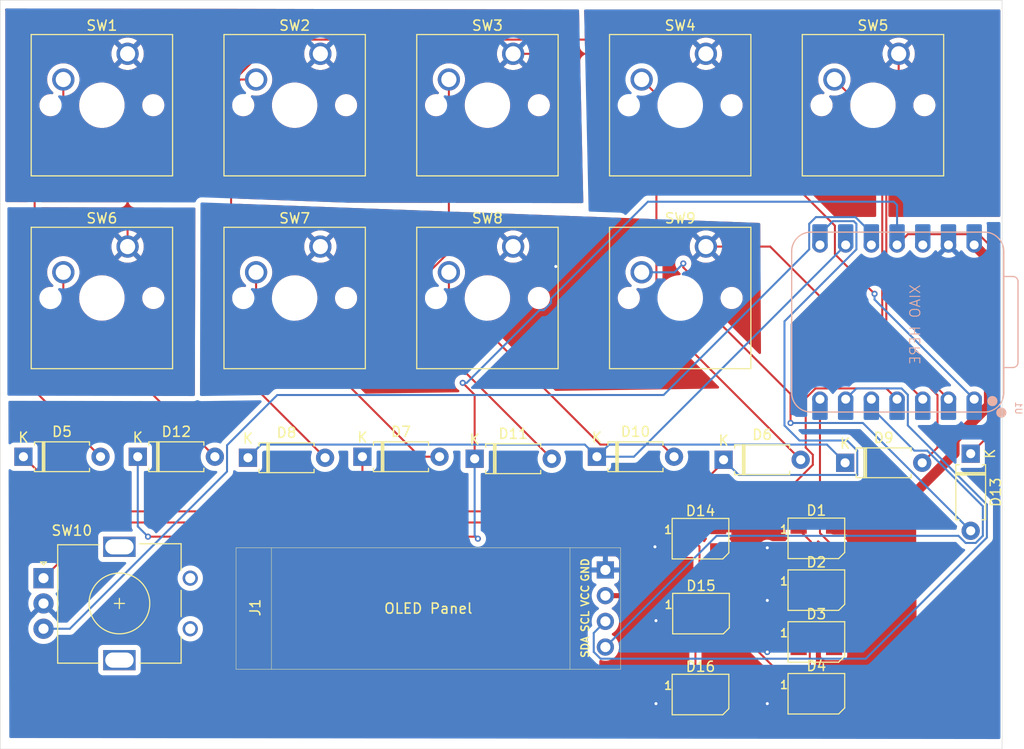
<source format=kicad_pcb>
(kicad_pcb (version 20241229) (generator "pcbnew") (generator_version "9.0")
  (layers (0 "F.Cu" signal) (2 "B.Cu" signal) (13 "F.Paste" user) (15 "B.Paste" user) (5 "F.SilkS" user "F.Silkscreen") (7 "B.SilkS" user "B.Silkscreen") (1 "F.Mask" user) (3 "B.Mask" user) (25 "Edge.Cuts" user))
  (net 0 "")
  (net 1 "Net-(D1-DOUT)")
  (net 2 "GND")
  (net 3 "+5V")
  (net 4 "Net-(D5-A)")
  (net 5 "R1")
  (net 7 "Net-(D1-DIN)")
  (net 8 "Net-(J1-Pin_4)")
  (net 9 "Net-(J1-Pin_3)")
  (net 10 "Net-(D2-DOUT)")
  (net 11 "Net-(D3-DOUT)")
  (net 12 "Net-(D14-DIN)")
  (net 13 "Net-(D6-A)")
  (net 14 "Net-(D7-A)")
  (net 15 "Net-(D8-A)")
  (net 16 "R2")
  (net 17 "Net-(D9-A)")
  (net 18 "Net-(D10-A)")
  (net 19 "Net-(D11-A)")
  (net 20 "R3")
  (net 21 "Net-(D12-A)")
  (net 22 "Net-(D13-A)")
  (net 23 "C1")
  (net 24 "C2")
  (net 25 "C3")
  (net 26 "A")
  (net 27 "B")
  (net 28 "Net-(D14-DOUT)")
  (net 29 "Net-(D15-DOUT)")
  (footprint "Diode_THT:D_A-405_P7.62mm_Horizontal" (layer "F.Cu") (at 70.99 77.6)
    (property "Reference" "D7" (at 3.81 -2.47 0) (layer "F.SilkS"))
    (property "Value" "D_45deg")
    (fp_text user "K" (at 0 -1.9 0) (layer "F.SilkS"))
    (pad "1" thru_hole rect (at 0 0) (size 1.8 1.8) (drill 0.9) (layers "*.Cu" "*.Mask") (net 5 "R1"))
    (pad "2" thru_hole oval (at 7.62 0) (size 1.8 1.8) (drill 0.9) (layers "*.Cu" "*.Mask") (net 14 "Net-(D7-A)"))
  )
  (footprint "Button_Switch_Keyboard:SW_Cherry_MX_1.00u_PCB" (layer "F.Cu") (at 123.98375 37.7825)
    (property "Reference" "SW5" (at -2.54 -2.794 0) (layer "F.SilkS"))
    (property "Value" "SW_Push")
    (pad "" np_thru_hole circle (at -7.62 5.08) (size 1.7 1.7) (drill 1.7) (layers "*.Cu" "*.Mask"))
    (pad "" np_thru_hole circle (at -2.54 5.08) (size 4 4) (drill 4) (layers "*.Cu" "*.Mask"))
    (pad "" np_thru_hole circle (at 2.54 5.08) (size 1.7 1.7) (drill 1.7) (layers "*.Cu" "*.Mask"))
    (pad "1" thru_hole circle (at 0 0) (size 2.2 2.2) (drill 1.5) (layers "*.Cu" "*.Mask") (net 24 "C2"))
    (pad "2" thru_hole circle (at -6.35 2.54) (size 2.2 2.2) (drill 1.5) (layers "*.Cu" "*.Mask") (net 17 "Net-(D9-A)"))
  )
  (footprint "LED_SMD:LED_SK6812MINI_PLCC4_3.5x3.5mm_P1.75mm" (layer "F.Cu") (at 115.85 95.905)
    (property "Reference" "D3" (at 0 -2.75 0) (layer "F.SilkS"))
    (property "Value" "SK6812MINI")
    (fp_text user "1" (at -3.2 -0.875 0) (layer "F.SilkS") (effects (font (size 0.8 0.8))))
    (pad "1" smd rect (at -1.75 -0.875) (size 1.6 0.85) (layers "F.Cu" "F.Mask" "F.Paste") (net 11 "Net-(D3-DOUT)"))
    (pad "2" smd rect (at -1.75 0.875) (size 1.6 0.85) (layers "F.Cu" "F.Mask" "F.Paste") (net 2 "GND"))
    (pad "3" smd rect (at 1.75 0.875) (size 1.6 0.85) (layers "F.Cu" "F.Mask" "F.Paste") (net 10 "Net-(D2-DOUT)"))
    (pad "4" smd rect (at 1.75 -0.875) (size 1.6 0.85) (layers "F.Cu" "F.Mask" "F.Paste") (net 3 "+5V"))
  )
  (footprint "Diode_THT:D_A-405_P7.62mm_Horizontal" (layer "F.Cu") (at 48.79 77.6)
    (property "Reference" "D12" (at 3.81 -2.47 0) (layer "F.SilkS"))
    (property "Value" "D_45deg")
    (fp_text user "K" (at 0 -1.9 0) (layer "F.SilkS"))
    (pad "1" thru_hole rect (at 0 0) (size 1.8 1.8) (drill 0.9) (layers "*.Cu" "*.Mask") (net 20 "R3"))
    (pad "2" thru_hole oval (at 7.62 0) (size 1.8 1.8) (drill 0.9) (layers "*.Cu" "*.Mask") (net 21 "Net-(D12-A)"))
  )
  (footprint "Diode_THT:D_A-405_P7.62mm_Horizontal" (layer "F.Cu") (at 94.16375 77.6)
    (property "Reference" "D10" (at 3.81 -2.47 0) (layer "F.SilkS"))
    (property "Value" "D_45deg")
    (fp_text user "K" (at 0 -1.9 0) (layer "F.SilkS"))
    (pad "1" thru_hole rect (at 0 0) (size 1.8 1.8) (drill 0.9) (layers "*.Cu" "*.Mask") (net 16 "R2"))
    (pad "2" thru_hole oval (at 7.62 0) (size 1.8 1.8) (drill 0.9) (layers "*.Cu" "*.Mask") (net 18 "Net-(D10-A)"))
  )
  (footprint "Button_Switch_Keyboard:SW_Cherry_MX_1.00u_PCB" (layer "F.Cu") (at 104.93375 56.8325)
    (property "Reference" "SW9" (at -2.54 -2.794 0) (layer "F.SilkS"))
    (property "Value" "SW_Push")
    (pad "" np_thru_hole circle (at -7.62 5.08) (size 1.7 1.7) (drill 1.7) (layers "*.Cu" "*.Mask"))
    (pad "" np_thru_hole circle (at -2.54 5.08) (size 4 4) (drill 4) (layers "*.Cu" "*.Mask"))
    (pad "" np_thru_hole circle (at 2.54 5.08) (size 1.7 1.7) (drill 1.7) (layers "*.Cu" "*.Mask"))
    (pad "1" thru_hole circle (at 0 0) (size 2.2 2.2) (drill 1.5) (layers "*.Cu" "*.Mask") (net 25 "C3"))
    (pad "2" thru_hole circle (at -6.35 2.54) (size 2.2 2.2) (drill 1.5) (layers "*.Cu" "*.Mask") (net 22 "Net-(D13-A)"))
  )
  (footprint "Diode_THT:D_A-405_P7.62mm_Horizontal" (layer "F.Cu") (at 82.08 77.8)
    (property "Reference" "D11" (at 3.81 -2.47 0) (layer "F.SilkS"))
    (property "Value" "D_45deg")
    (fp_text user "K" (at 0 -1.9 0) (layer "F.SilkS"))
    (pad "1" thru_hole rect (at 0 0) (size 1.8 1.8) (drill 0.9) (layers "*.Cu" "*.Mask") (net 20 "R3"))
    (pad "2" thru_hole oval (at 7.62 0) (size 1.8 1.8) (drill 0.9) (layers "*.Cu" "*.Mask") (net 19 "Net-(D11-A)"))
  )
  (footprint "Button_Switch_Keyboard:SW_Cherry_MX_1.00u_PCB" (layer "F.Cu") (at 66.83375 37.7825)
    (property "Reference" "SW2" (at -2.54 -2.794 0) (layer "F.SilkS"))
    (property "Value" "SW_Push")
    (pad "" np_thru_hole circle (at -7.62 5.08) (size 1.7 1.7) (drill 1.7) (layers "*.Cu" "*.Mask"))
    (pad "" np_thru_hole circle (at -2.54 5.08) (size 4 4) (drill 4) (layers "*.Cu" "*.Mask"))
    (pad "" np_thru_hole circle (at 2.54 5.08) (size 1.7 1.7) (drill 1.7) (layers "*.Cu" "*.Mask"))
    (pad "1" thru_hole circle (at 0 0) (size 2.2 2.2) (drill 1.5) (layers "*.Cu" "*.Mask") (net 23 "C1"))
    (pad "2" thru_hole circle (at -6.35 2.54) (size 2.2 2.2) (drill 1.5) (layers "*.Cu" "*.Mask") (net 15 "Net-(D8-A)"))
  )
  (footprint "OLED:SSD1306-0.91-OLED-4pin-128x32" (layer "F.Cu") (at 58.5 86.6)
    (property "Reference" "J1" (at 1.9 5.91 90) (layer "F.SilkS"))
    (property "Value" "Conn_01x04_Pin")
    (fp_text user "SCL" (at 34.5 7.27 270) (layer "F.SilkS") (effects (font (size 0.75 0.75))))
    (fp_text user "GND" (at 34.5 2.19 270) (layer "F.SilkS") (effects (font (size 0.75 0.75))))
    (fp_text user "SDA" (at 34.5 9.81 270) (layer "F.SilkS") (effects (font (size 0.75 0.75))))
    (fp_text user "OLED Panel" (at 19 6 0) (layer "F.SilkS"))
    (fp_text user "VCC" (at 34.5 4.73 270) (layer "F.SilkS") (effects (font (size 0.75 0.75))))
    (pad "1" thru_hole rect (at 36.5 2.19) (size 1.7 1.7) (drill 1) (layers "*.Cu" "*.Mask") (net 2 "GND"))
    (pad "2" thru_hole oval (at 36.5 4.73) (size 1.7 1.7) (drill 1) (layers "*.Cu" "*.Mask") (net 3 "+5V"))
    (pad "3" thru_hole oval (at 36.5 7.27) (size 1.7 1.7) (drill 1) (layers "*.Cu" "*.Mask") (net 9 "Net-(J1-Pin_3)"))
    (pad "4" thru_hole oval (at 36.5 9.81) (size 1.7 1.7) (drill 1) (layers "*.Cu" "*.Mask") (net 8 "Net-(J1-Pin_4)"))
  )
  (footprint "Diode_THT:D_A-405_P7.62mm_Horizontal" (layer "F.Cu") (at 118.69 78.2)
    (property "Reference" "D9" (at 3.81 -2.47 0) (layer "F.SilkS"))
    (property "Value" "D_45deg")
    (fp_text user "K" (at 0 -1.9 0) (layer "F.SilkS"))
    (pad "1" thru_hole rect (at 0 0) (size 1.8 1.8) (drill 0.9) (layers "*.Cu" "*.Mask") (net 16 "R2"))
    (pad "2" thru_hole oval (at 7.62 0) (size 1.8 1.8) (drill 0.9) (layers "*.Cu" "*.Mask") (net 17 "Net-(D9-A)"))
  )
  (footprint "Button_Switch_Keyboard:SW_Cherry_MX_1.00u_PCB" (layer "F.Cu") (at 85.88375 37.7825)
    (property "Reference" "SW3" (at -2.54 -2.794 0) (layer "F.SilkS"))
    (property "Value" "SW_Push")
    (pad "" np_thru_hole circle (at -7.62 5.08) (size 1.7 1.7) (drill 1.7) (layers "*.Cu" "*.Mask"))
    (pad "" np_thru_hole circle (at -2.54 5.08) (size 4 4) (drill 4) (layers "*.Cu" "*.Mask"))
    (pad "" np_thru_hole circle (at 2.54 5.08) (size 1.7 1.7) (drill 1.7) (layers "*.Cu" "*.Mask"))
    (pad "1" thru_hole circle (at 0 0) (size 2.2 2.2) (drill 1.5) (layers "*.Cu" "*.Mask") (net 23 "C1"))
    (pad "2" thru_hole circle (at -6.35 2.54) (size 2.2 2.2) (drill 1.5) (layers "*.Cu" "*.Mask") (net 19 "Net-(D11-A)"))
  )
  (footprint "Button_Switch_Keyboard:SW_Cherry_MX_1.00u_PCB" (layer "F.Cu") (at 47.78375 37.7825)
    (property "Reference" "SW1" (at -2.54 -2.794 0) (layer "F.SilkS"))
    (property "Value" "SW_Push")
    (pad "" np_thru_hole circle (at -7.62 5.08) (size 1.7 1.7) (drill 1.7) (layers "*.Cu" "*.Mask"))
    (pad "" np_thru_hole circle (at -2.54 5.08) (size 4 4) (drill 4) (layers "*.Cu" "*.Mask"))
    (pad "" np_thru_hole circle (at 2.54 5.08) (size 1.7 1.7) (drill 1.7) (layers "*.Cu" "*.Mask"))
    (pad "1" thru_hole circle (at 0 0) (size 2.2 2.2) (drill 1.5) (layers "*.Cu" "*.Mask") (net 23 "C1"))
    (pad "2" thru_hole circle (at -6.35 2.54) (size 2.2 2.2) (drill 1.5) (layers "*.Cu" "*.Mask") (net 4 "Net-(D5-A)"))
  )
  (footprint "Button_Switch_Keyboard:SW_Cherry_MX_1.00u_PCB" (layer "F.Cu") (at 66.83375 56.8325)
    (property "Reference" "SW7" (at -2.54 -2.794 0) (layer "F.SilkS"))
    (property "Value" "SW_Push")
    (pad "" np_thru_hole circle (at -7.62 5.08) (size 1.7 1.7) (drill 1.7) (layers "*.Cu" "*.Mask"))
    (pad "" np_thru_hole circle (at -2.54 5.08) (size 4 4) (drill 4) (layers "*.Cu" "*.Mask"))
    (pad "" np_thru_hole circle (at 2.54 5.08) (size 1.7 1.7) (drill 1.7) (layers "*.Cu" "*.Mask"))
    (pad "1" thru_hole circle (at 0 0) (size 2.2 2.2) (drill 1.5) (layers "*.Cu" "*.Mask") (net 25 "C3"))
    (pad "2" thru_hole circle (at -6.35 2.54) (size 2.2 2.2) (drill 1.5) (layers "*.Cu" "*.Mask") (net 14 "Net-(D7-A)"))
  )
  (footprint "LED_SMD:LED_SK6812MINI_PLCC4_3.5x3.5mm_P1.75mm" (layer "F.Cu") (at 115.85 90.785)
    (property "Reference" "D2" (at 0 -2.75 0) (layer "F.SilkS"))
    (property "Value" "SK6812MINI")
    (fp_text user "1" (at -3.2 -0.875 0) (layer "F.SilkS") (effects (font (size 0.8 0.8))))
    (pad "1" smd rect (at -1.75 -0.875) (size 1.6 0.85) (layers "F.Cu" "F.Mask" "F.Paste") (net 10 "Net-(D2-DOUT)"))
    (pad "2" smd rect (at -1.75 0.875) (size 1.6 0.85) (layers "F.Cu" "F.Mask" "F.Paste") (net 2 "GND"))
    (pad "3" smd rect (at 1.75 0.875) (size 1.6 0.85) (layers "F.Cu" "F.Mask" "F.Paste") (net 1 "Net-(D1-DOUT)"))
    (pad "4" smd rect (at 1.75 -0.875) (size 1.6 0.85) (layers "F.Cu" "F.Mask" "F.Paste") (net 3 "+5V"))
  )
  (footprint "LED_SMD:LED_SK6812MINI_PLCC4_3.5x3.5mm_P1.75mm" (layer "F.Cu") (at 104.4 85.7)
    (property "Reference" "D14" (at 0 -2.75 0) (layer "F.SilkS"))
    (property "Value" "SK6812MINI")
    (fp_text user "1" (at -3.2 -0.875 0) (layer "F.SilkS") (effects (font (size 0.8 0.8))))
    (pad "1" smd rect (at -1.75 -0.875) (size 1.6 0.85) (layers "F.Cu" "F.Mask" "F.Paste") (net 28 "Net-(D14-DOUT)"))
    (pad "2" smd rect (at -1.75 0.875) (size 1.6 0.85) (layers "F.Cu" "F.Mask" "F.Paste") (net 2 "GND"))
    (pad "3" smd rect (at 1.75 0.875) (size 1.6 0.85) (layers "F.Cu" "F.Mask" "F.Paste") (net 12 "Net-(D14-DIN)"))
    (pad "4" smd rect (at 1.75 -0.875) (size 1.6 0.85) (layers "F.Cu" "F.Mask" "F.Paste") (net 3 "+5V"))
  )
  (footprint "Diode_THT:D_A-405_P7.62mm_Horizontal" (layer "F.Cu") (at 131.1 77.3 -90)
    (property "Reference" "D13" (at 3.81 -2.47 90) (layer "F.SilkS"))
    (property "Value" "D_45deg")
    (fp_text user "K" (at 0 -1.9 90) (layer "F.SilkS"))
    (pad "1" thru_hole rect (at 0 0 270) (size 1.8 1.8) (drill 0.9) (layers "*.Cu" "*.Mask") (net 20 "R3"))
    (pad "2" thru_hole oval (at 7.62 0 270) (size 1.8 1.8) (drill 0.9) (layers "*.Cu" "*.Mask") (net 22 "Net-(D13-A)"))
  )
  (footprint "LED_SMD:LED_SK6812MINI_PLCC4_3.5x3.5mm_P1.75mm" (layer "F.Cu") (at 104.4 101.1)
    (property "Reference" "D16" (at 0 -2.75 0) (layer "F.SilkS"))
    (property "Value" "SK6812MINI")
    (fp_text user "1" (at -3.2 -0.875 0) (layer "F.SilkS") (effects (font (size 0.8 0.8))))
    (pad "1" smd rect (at -1.75 -0.875) (size 1.6 0.85) (layers "F.Cu" "F.Mask" "F.Paste"))
    (pad "2" smd rect (at -1.75 0.875) (size 1.6 0.85) (layers "F.Cu" "F.Mask" "F.Paste") (net 2 "GND"))
    (pad "3" smd rect (at 1.75 0.875) (size 1.6 0.85) (layers "F.Cu" "F.Mask" "F.Paste") (net 29 "Net-(D15-DOUT)"))
    (pad "4" smd rect (at 1.75 -0.875) (size 1.6 0.85) (layers "F.Cu" "F.Mask" "F.Paste") (net 3 "+5V"))
  )
  (footprint "Button_Switch_Keyboard:SW_Cherry_MX_1.00u_PCB" (layer "F.Cu") (at 104.93375 37.7825)
    (property "Reference" "SW4" (at -2.54 -2.794 0) (layer "F.SilkS"))
    (property "Value" "SW_Push")
    (pad "" np_thru_hole circle (at -7.62 5.08) (size 1.7 1.7) (drill 1.7) (layers "*.Cu" "*.Mask"))
    (pad "" np_thru_hole circle (at -2.54 5.08) (size 4 4) (drill 4) (layers "*.Cu" "*.Mask"))
    (pad "" np_thru_hole circle (at 2.54 5.08) (size 1.7 1.7) (drill 1.7) (layers "*.Cu" "*.Mask"))
    (pad "1" thru_hole circle (at 0 0) (size 2.2 2.2) (drill 1.5) (layers "*.Cu" "*.Mask") (net 24 "C2"))
    (pad "2" thru_hole circle (at -6.35 2.54) (size 2.2 2.2) (drill 1.5) (layers "*.Cu" "*.Mask") (net 13 "Net-(D6-A)"))
  )
  (footprint "LED_SMD:LED_SK6812MINI_PLCC4_3.5x3.5mm_P1.75mm" (layer "F.Cu") (at 104.45 93.105)
    (property "Reference" "D15" (at 0 -2.75 0) (layer "F.SilkS"))
    (property "Value" "SK6812MINI")
    (fp_text user "1" (at -3.2 -0.875 0) (layer "F.SilkS") (effects (font (size 0.8 0.8))))
    (pad "1" smd rect (at -1.75 -0.875) (size 1.6 0.85) (layers "F.Cu" "F.Mask" "F.Paste") (net 29 "Net-(D15-DOUT)"))
    (pad "2" smd rect (at -1.75 0.875) (size 1.6 0.85) (layers "F.Cu" "F.Mask" "F.Paste") (net 2 "GND"))
    (pad "3" smd rect (at 1.75 0.875) (size 1.6 0.85) (layers "F.Cu" "F.Mask" "F.Paste") (net 28 "Net-(D14-DOUT)"))
    (pad "4" smd rect (at 1.75 -0.875) (size 1.6 0.85) (layers "F.Cu" "F.Mask" "F.Paste") (net 3 "+5V"))
  )
  (footprint "Button_Switch_Keyboard:SW_Cherry_MX_1.00u_PCB" (layer "F.Cu") (at 85.88375 56.8325)
    (property "Reference" "SW8" (at -2.54 -2.794 0) (layer "F.SilkS"))
    (property "Value" "SW_Push")
    (pad "" np_thru_hole circle (at -7.62 5.08) (size 1.7 1.7) (drill 1.7) (layers "*.Cu" "*.Mask"))
    (pad "" np_thru_hole circle (at -2.54 5.08) (size 4 4) (drill 4) (layers "*.Cu" "*.Mask"))
    (pad "" np_thru_hole circle (at 2.54 5.08) (size 1.7 1.7) (drill 1.7) (layers "*.Cu" "*.Mask"))
    (pad "1" thru_hole circle (at 0 0) (size 2.2 2.2) (drill 1.5) (layers "*.Cu" "*.Mask") (net 25 "C3"))
    (pad "2" thru_hole circle (at -6.35 2.54) (size 2.2 2.2) (drill 1.5) (layers "*.Cu" "*.Mask") (net 18 "Net-(D10-A)"))
  )
  (footprint "Diode_THT:D_A-405_P7.62mm_Horizontal" (layer "F.Cu") (at 106.68 77.9)
    (property "Reference" "D6" (at 3.81 -2.47 0) (layer "F.SilkS"))
    (property "Value" "D_45deg")
    (fp_text user "K" (at 0 -1.9 0) (layer "F.SilkS"))
    (pad "1" thru_hole rect (at 0 0) (size 1.8 1.8) (drill 0.9) (layers "*.Cu" "*.Mask") (net 5 "R1"))
    (pad "2" thru_hole oval (at 7.62 0) (size 1.8 1.8) (drill 0.9) (layers "*.Cu" "*.Mask") (net 13 "Net-(D6-A)"))
  )
  (footprint "Diode_THT:D_A-405_P7.62mm_Horizontal" (layer "F.Cu") (at 37.49 77.6)
    (property "Reference" "D5" (at 3.81 -2.47 0) (layer "F.SilkS"))
    (property "Value" "D_45deg")
    (fp_text user "K" (at 0 -1.9 0) (layer "F.SilkS"))
    (pad "1" thru_hole rect (at 0 0) (size 1.8 1.8) (drill 0.9) (layers "*.Cu" "*.Mask") (net 5 "R1"))
    (pad "2" thru_hole oval (at 7.62 0) (size 1.8 1.8) (drill 0.9) (layers "*.Cu" "*.Mask") (net 4 "Net-(D5-A)"))
  )
  (footprint "OLED:RotaryEncoder_Alps_EC11E_Vertical_H20mm" (layer "F.Cu") (at 39.475 89.6)
    (property "Reference" "SW10" (at 2.8 -4.7 0) (layer "F.SilkS"))
    (property "Value" "RotaryEncoder_Switch")
    (pad "" thru_hole circle (at 14.5 0) (size 1.5 1.5) (drill 1) (layers "*.Cu" "*.Mask"))
    (pad "" thru_hole circle (at 14.5 5) (size 1.5 1.5) (drill 1) (layers "*.Cu" "*.Mask"))
    (pad "A" thru_hole rect (at 0 0) (size 2 2) (drill 1) (layers "*.Cu" "*.Mask") (net 26 "A"))
    (pad "B" thru_hole circle (at 0 5) (size 2 2) (drill 1) (layers "*.Cu" "*.Mask") (net 27 "B"))
    (pad "C" thru_hole circle (at 0 2.5) (size 2 2) (drill 1) (layers "*.Cu" "*.Mask") (net 2 "GND"))
    (pad "MP" thru_hole rect (at 7.5 -3.1) (size 3.2 2) (drill oval 2.8 1.5) (layers "*.Cu" "*.Mask"))
    (pad "MP" thru_hole rect (at 7.5 8.1) (size 3.2 2) (drill oval 2.8 1.5) (layers "*.Cu" "*.Mask"))
  )
  (footprint "LED_SMD:LED_SK6812MINI_PLCC4_3.5x3.5mm_P1.75mm" (layer "F.Cu") (at 115.85 85.665)
    (property "Reference" "D1" (at 0 -2.75 0) (layer "F.SilkS"))
    (property "Value" "SK6812MINI")
    (fp_text user "1" (at -3.2 -0.875 0) (layer "F.SilkS") (effects (font (size 0.8 0.8))))
    (pad "1" smd rect (at -1.75 -0.875) (size 1.6 0.85) (layers "F.Cu" "F.Mask" "F.Paste") (net 1 "Net-(D1-DOUT)"))
    (pad "2" smd rect (at -1.75 0.875) (size 1.6 0.85) (layers "F.Cu" "F.Mask" "F.Paste") (net 2 "GND"))
    (pad "3" smd rect (at 1.75 0.875) (size 1.6 0.85) (layers "F.Cu" "F.Mask" "F.Paste") (net 7 "Net-(D1-DIN)"))
    (pad "4" smd rect (at 1.75 -0.875) (size 1.6 0.85) (layers "F.Cu" "F.Mask" "F.Paste") (net 3 "+5V"))
  )
  (footprint "LED_SMD:LED_SK6812MINI_PLCC4_3.5x3.5mm_P1.75mm" (layer "F.Cu") (at 115.85 101.025)
    (property "Reference" "D4" (at 0 -2.75 0) (layer "F.SilkS"))
    (property "Value" "SK6812MINI")
    (fp_text user "1" (at -3.2 -0.875 0) (layer "F.SilkS") (effects (font (size 0.8 0.8))))
    (pad "1" smd rect (at -1.75 -0.875) (size 1.6 0.85) (layers "F.Cu" "F.Mask" "F.Paste") (net 12 "Net-(D14-DIN)"))
    (pad "2" smd rect (at -1.75 0.875) (size 1.6 0.85) (layers "F.Cu" "F.Mask" "F.Paste") (net 2 "GND"))
    (pad "3" smd rect (at 1.75 0.875) (size 1.6 0.85) (layers "F.Cu" "F.Mask" "F.Paste") (net 11 "Net-(D3-DOUT)"))
    (pad "4" smd rect (at 1.75 -0.875) (size 1.6 0.85) (layers "F.Cu" "F.Mask" "F.Paste") (net 3 "+5V"))
  )
  (footprint "Button_Switch_Keyboard:SW_Cherry_MX_1.00u_PCB" (layer "F.Cu") (at 47.78375 56.8325)
    (property "Reference" "SW6" (at -2.54 -2.794 0) (layer "F.SilkS"))
    (property "Value" "SW_Push")
    (pad "" np_thru_hole circle (at -7.62 5.08) (size 1.7 1.7) (drill 1.7) (layers "*.Cu" "*.Mask"))
    (pad "" np_thru_hole circle (at -2.54 5.08) (size 4 4) (drill 4) (layers "*.Cu" "*.Mask"))
    (pad "" np_thru_hole circle (at 2.54 5.08) (size 1.7 1.7) (drill 1.7) (layers "*.Cu" "*.Mask"))
    (pad "1" thru_hole circle (at 0 0) (size 2.2 2.2) (drill 1.5) (layers "*.Cu" "*.Mask") (net 24 "C2"))
    (pad "2" thru_hole circle (at -6.35 2.54) (size 2.2 2.2) (drill 1.5) (layers "*.Cu" "*.Mask") (net 21 "Net-(D12-A)"))
  )
  (footprint "Diode_THT:D_A-405_P7.62mm_Horizontal" (layer "F.Cu") (at 59.68 77.7)
    (property "Reference" "D8" (at 3.81 -2.47 0) (layer "F.SilkS"))
    (property "Value" "D_45deg")
    (fp_text user "K" (at 0 -1.9 0) (layer "F.SilkS"))
    (pad "1" thru_hole rect (at 0 0) (size 1.8 1.8) (drill 0.9) (layers "*.Cu" "*.Mask") (net 16 "R2"))
    (pad "2" thru_hole oval (at 7.62 0) (size 1.8 1.8) (drill 0.9) (layers "*.Cu" "*.Mask") (net 15 "Net-(D8-A)"))
  )
  (footprint "OPL:XIAO-RP2040-DIP" (layer "B.Cu") (at 123.825 64.29375 90)
    (property "Reference" "U1" (at -8.5 12 270) (layer "B.SilkS") (effects (font (size 0.635 0.635) (thickness 0.1016)) (justify mirror)))
    (property "Value" "XIAO-RP2040-DIP")
    (pad "1" smd roundrect (at -8.455 7.62 270) (size 2.432 1.524) (layers "B.Cu" "B.Mask") (roundrect_rratio 0.1) (net 23 "C1"))
    (pad "1" thru_hole circle (at -7.62 7.62 270) (size 1.524 1.524) (drill 0.889) (layers "*.Cu" "*.Mask") (net 23 "C1"))
    (pad "2" smd roundrect (at -8.455 5.08 270) (size 2.432 1.524) (layers "B.Cu" "B.Mask") (roundrect_rratio 0.1) (net 24 "C2"))
    (pad "2" thru_hole circle (at -7.62 5.08 270) (size 1.524 1.524) (drill 0.889) (layers "*.Cu" "*.Mask") (net 24 "C2"))
    (pad "3" smd roundrect (at -8.455 2.54 270) (size 2.432 1.524) (layers "B.Cu" "B.Mask") (roundrect_rratio 0.1) (net 25 "C3"))
    (pad "3" thru_hole circle (at -7.62 2.54 270) (size 1.524 1.524) (drill 0.889) (layers "*.Cu" "*.Mask") (net 25 "C3"))
    (pad "4" smd roundrect (at -8.455 0 270) (size 2.432 1.524) (layers "B.Cu" "B.Mask") (roundrect_rratio 0.1) (net 26 "A"))
    (pad "4" thru_hole circle (at -7.62 0 270) (size 1.524 1.524) (drill 0.889) (layers "*.Cu" "*.Mask") (net 26 "A"))
    (pad "5" smd roundrect (at -8.455 -2.54 270) (size 2.432 1.524) (layers "B.Cu" "B.Mask") (roundrect_rratio 0.1) (net 8 "Net-(J1-Pin_4)"))
    (pad "5" thru_hole circle (at -7.62 -2.54 270) (size 1.524 1.524) (drill 0.889) (layers "*.Cu" "*.Mask") (net 8 "Net-(J1-Pin_4)"))
    (pad "6" smd roundrect (at -8.455 -5.08 270) (size 2.432 1.524) (layers "B.Cu" "B.Mask") (roundrect_rratio 0.1) (net 9 "Net-(J1-Pin_3)"))
    (pad "6" thru_hole circle (at -7.62 -5.08 270) (size 1.524 1.524) (drill 0.889) (layers "*.Cu" "*.Mask") (net 9 "Net-(J1-Pin_3)"))
    (pad "7" smd roundrect (at -8.455 -7.62 270) (size 2.432 1.524) (layers "B.Cu" "B.Mask") (roundrect_rratio 0.1) (net 7 "Net-(D1-DIN)"))
    (pad "7" thru_hole circle (at -7.62 -7.62 270) (size 1.524 1.524) (drill 0.889) (layers "*.Cu" "*.Mask") (net 7 "Net-(D1-DIN)"))
    (pad "8" thru_hole circle (at 7.62 -7.62 90) (size 1.524 1.524) (drill 0.889) (layers "*.Cu" "*.Mask") (net 5 "R1"))
    (pad "8" smd roundrect (at 8.455 -7.62 90) (size 2.432 1.524) (layers "B.Cu" "B.Mask") (roundrect_rratio 0.1) (net 5 "R1"))
    (pad "9" thru_hole circle (at 7.62 -5.08 90) (size 1.524 1.524) (drill 0.889) (layers "*.Cu" "*.Mask") (net 16 "R2"))
    (pad "9" smd roundrect (at 8.455 -5.08 90) (size 2.432 1.524) (layers "B.Cu" "B.Mask") (roundrect_rratio 0.1) (net 16 "R2"))
    (pad "10" thru_hole circle (at 7.62 -2.54 90) (size 1.524 1.524) (drill 0.889) (layers "*.Cu" "*.Mask") (net 27 "B"))
    (pad "10" smd roundrect (at 8.455 -2.54 90) (size 2.432 1.524) (layers "B.Cu" "B.Mask") (roundrect_rratio 0.1) (net 27 "B"))
    (pad "11" thru_hole circle (at 7.62 0 90) (size 1.524 1.524) (drill 0.889) (layers "*.Cu" "*.Mask") (net 20 "R3"))
    (pad "11" smd roundrect (at 8.455 0 90) (size 2.432 1.524) (layers "B.Cu" "B.Mask") (roundrect_rratio 0.1) (net 20 "R3"))
    (pad "12" thru_hole circle (at 7.62 2.54 90) (size 1.524 1.524) (drill 0.889) (layers "*.Cu" "*.Mask"))
    (pad "12" smd roundrect (at 8.455 2.54 90) (size 2.432 1.524) (layers "B.Cu" "B.Mask") (roundrect_rratio 0.1))
    (pad "13" thru_hole circle (at 7.62 5.08 90) (size 1.524 1.524) (drill 0.889) (layers "*.Cu" "*.Mask") (net 2 "GND"))
    (pad "13" smd roundrect (at 8.455 5.08 90) (size 2.432 1.524) (layers "B.Cu" "B.Mask") (roundrect_rratio 0.1) (net 2 "GND"))
    (pad "14" thru_hole circle (at 7.62 7.62 90) (size 1.524 1.524) (drill 0.889) (layers "*.Cu" "*.Mask") (net 3 "+5V"))
    (pad "14" smd roundrect (at 8.455 7.62 90) (size 2.432 1.524) (layers "B.Cu" "B.Mask") (roundrect_rratio 0.1) (net 3 "+5V"))
  )
  (gr_rect (start 35.2 32.490625) (end 134.2 106.490625) (stroke (width 0.05)) (fill no) (layer "Edge.Cuts"))
  (gr_text "XIAO HERE\n" (at 126.2 60.5 90) (layer "B.SilkS") (effects (font (size 1 1) (thickness 0.1)) (justify left bottom mirror)))
  (segment (start 115.3 85.99) (end 115.3 89.36) (width 0.2) (layer "F.Cu") (net 1))
  (segment (start 115.3 89.36) (end 117.6 91.66) (width 0.2) (layer "F.Cu") (net 1))
  (segment (start 114.1 84.79) (end 115.3 85.99) (width 0.2) (layer "F.Cu") (net 1))
  (segment (start 114.1 86.54) (end 111.06 86.54) (width 0.2) (layer "F.Cu") (net 2))
  (segment (start 111 91.8) (end 111.14 91.66) (width 0.2) (layer "F.Cu") (net 2))
  (segment (start 111.06 86.54) (end 111 86.6) (width 0.2) (layer "F.Cu") (net 2))
  (segment (start 102.65 101.975) (end 100.025 101.975) (width 0.2) (layer "F.Cu") (net 2))
  (segment (start 111.12 96.78) (end 114.1 96.78) (width 0.2) (layer "F.Cu") (net 2))
  (segment (start 111.1 101.9) (end 114.1 101.9) (width 0.2) (layer "F.Cu") (net 2))
  (segment (start 102.7 93.98) (end 100.18 93.98) (width 0.2) (layer "F.Cu") (net 2))
  (segment (start 111.14 91.66) (end 114.1 91.66) (width 0.2) (layer "F.Cu") (net 2))
  (segment (start 100.025 101.975) (end 100 102) (width 0.2) (layer "F.Cu") (net 2))
  (segment (start 99.975 86.575) (end 99.9 86.5) (width 0.2) (layer "F.Cu") (net 2))
  (segment (start 102.65 86.575) (end 99.975 86.575) (width 0.2) (layer "F.Cu") (net 2))
  (segment (start 111 96.9) (end 111.12 96.78) (width 0.2) (layer "F.Cu") (net 2))
  (segment (start 100.18 93.98) (end 100 93.8) (width 0.2) (layer "F.Cu") (net 2))
  (segment (start 111 102) (end 111.1 101.9) (width 0.2) (layer "F.Cu") (net 2))
  (via (at 111 86.6) (size 0.6) (drill 0.3) (layers "F.Cu" "B.Cu") (net 2))
  (via (at 111 91.8) (size 0.6) (drill 0.3) (layers "F.Cu" "B.Cu") (net 2))
  (via (at 100 93.8) (size 0.6) (drill 0.3) (layers "F.Cu" "B.Cu") (net 2))
  (via (at 111 102) (size 0.6) (drill 0.3) (layers "F.Cu" "B.Cu") (net 2))
  (via (at 99.9 86.5) (size 0.6) (drill 0.3) (layers "F.Cu" "B.Cu") (net 2))
  (via (at 111 96.9) (size 0.6) (drill 0.3) (layers "F.Cu" "B.Cu") (net 2))
  (via (at 100 102) (size 0.6) (drill 0.3) (layers "F.Cu" "B.Cu") (net 2))
  (segment (start 121.984156 84.79) (end 129.499 77.275156) (width 1) (layer "F.Cu") (net 3))
  (segment (start 132.908 58.13675) (end 131.445 56.67375) (width 1) (layer "F.Cu") (net 3))
  (segment (start 117.6 84.79) (end 121.984156 84.79) (width 1) (layer "F.Cu") (net 3))
  (segment (start 129.499 77.275156) (end 129.499 75.928745) (width 1) (layer "F.Cu") (net 3))
  (segment (start 132.908 72.519745) (end 132.908 58.13675) (width 1) (layer "F.Cu") (net 3))
  (segment (start 129.499 75.928745) (end 132.908 72.519745) (width 1) (layer "F.Cu") (net 3))
  (segment (start 41.43375 40.3225) (end 41.43375 45.76625) (width 0.2) (layer "F.Cu") (net 4))
  (segment (start 41.43375 45.76625) (end 38.6 48.6) (width 0.2) (layer "F.Cu") (net 4))
  (segment (start 38.6 48.6) (end 38.6 71.09) (width 0.2) (layer "F.Cu") (net 4))
  (segment (start 38.6 71.09) (end 45.11 77.6) (width 0.2) (layer "F.Cu") (net 4))
  (segment (start 106.68 78.12) (end 106.68 77.9) (width 0.2) (layer "F.Cu") (net 5))
  (segment (start 101.8 83) (end 106.68 78.12) (width 0.2) (layer "F.Cu") (net 5))
  (segment (start 71 83) (end 101.8 83) (width 0.2) (layer "F.Cu") (net 5))
  (segment (start 42.89 83) (end 71 83) (width 0.2) (layer "F.Cu") (net 5))
  (segment (start 70.99 82.99) (end 71 83) (width 0.2) (layer "F.Cu") (net 5))
  (segment (start 37.49 77.6) (end 42.89 83) (width 0.2) (layer "F.Cu") (net 5))
  (segment (start 70.99 77.6) (end 70.99 82.99) (width 0.2) (layer "F.Cu") (net 5))
  (segment (start 119.546626 54.32175) (end 117.47937 54.32175) (width 0.2) (layer "B.Cu") (net 5))
  (segment (start 119.891 76.999) (end 118.89 75.998) (width 0.2) (layer "B.Cu") (net 5))
  (segment (start 119.808 57.11406) (end 119.808 54.583124) (width 0.2) (layer "B.Cu") (net 5))
  (segment (start 106.68 77.9) (end 108.181 79.401) (width 0.2) (layer "B.Cu") (net 5))
  (segment (start 118.89 75.998) (end 114.182307 75.998) (width 0.2) (layer "B.Cu") (net 5))
  (segment (start 112.699 74.514693) (end 112.699 64.22306) (width 0.2) (layer "B.Cu") (net 5))
  (segment (start 108.181 79.401) (end 119.891 79.401) (width 0.2) (layer "B.Cu") (net 5))
  (segment (start 117.47937 54.32175) (end 116.205 55.59612) (width 0.2) (layer "B.Cu") (net 5))
  (segment (start 116.205 55.59612) (end 116.205 56.67375) (width 0.2) (layer "B.Cu") (net 5))
  (segment (start 112.699 64.22306) (end 119.808 57.11406) (width 0.2) (layer "B.Cu") (net 5))
  (segment (start 119.808 54.583124) (end 119.546626 54.32175) (width 0.2) (layer "B.Cu") (net 5))
  (segment (start 119.891 79.401) (end 119.891 76.999) (width 0.2) (layer "B.Cu") (net 5))
  (segment (start 114.182307 75.998) (end 112.699 74.514693) (width 0.2) (layer "B.Cu") (net 5))
  (segment (start 116.205 85.145) (end 116.205 71.91375) (width 0.2) (layer "F.Cu") (net 7))
  (segment (start 117.6 86.54) (end 116.205 85.145) (width 0.2) (layer "F.Cu") (net 7))
  (segment (start 125.53525 76.999) (end 121.285 72.74875) (width 0.2) (layer "B.Cu") (net 8))
  (segment (start 126.807471 76.999) (end 125.53525 76.999) (width 0.2) (layer "B.Cu") (net 8))
  (segment (start 105.992529 85.417471) (end 129.899 85.417471) (width 0.2) (layer "B.Cu") (net 8))
  (segment (start 132.301 85.417471) (end 132.301 82.492529) (width 0.2) (layer "B.Cu") (net 8))
  (segment (start 129.899 85.417471) (end 130.602529 86.121) (width 0.2) (layer "B.Cu") (net 8))
  (segment (start 132.301 82.492529) (end 126.807471 76.999) (width 0.2) (layer "B.Cu") (net 8))
  (segment (start 95 96.41) (end 105.992529 85.417471) (width 0.2) (layer "B.Cu") (net 8))
  (segment (start 131.597471 86.121) (end 132.301 85.417471) (width 0.2) (layer "B.Cu") (net 8))
  (segment (start 130.602529 86.121) (end 131.597471 86.121) (width 0.2) (layer "B.Cu") (net 8))
  (segment (start 120.724571 97.561) (end 132.702 85.583571) (width 0.2) (layer "B.Cu") (net 9))
  (segment (start 124.26531 70.85075) (end 119.808 70.85075) (width 0.2) (layer "B.Cu") (net 9))
  (segment (start 95 93.87) (end 93.849 95.021) (width 0.2) (layer "B.Cu") (net 9))
  (segment (start 124.888 71.47344) (end 124.26531 70.85075) (width 0.2) (layer "B.Cu") (net 9))
  (segment (start 124.888 74.512429) (end 124.888 71.47344) (width 0.2) (layer "B.Cu") (net 9))
  (segment (start 132.702 85.583571) (end 132.702 82.326429) (width 0.2) (layer "B.Cu") (net 9))
  (segment (start 94.52324 97.561) (end 120.724571 97.561) (width 0.2) (layer "B.Cu") (net 9))
  (segment (start 132.702 82.326429) (end 124.888 74.512429) (width 0.2) (layer "B.Cu") (net 9))
  (segment (start 93.849 95.021) (end 93.849 96.88676) (width 0.2) (layer "B.Cu") (net 9))
  (segment (start 119.808 70.85075) (end 118.745 71.91375) (width 0.2) (layer "B.Cu") (net 9))
  (segment (start 93.849 96.88676) (end 94.52324 97.561) (width 0.2) (layer "B.Cu") (net 9))
  (segment (start 115.201 94.381) (end 117.6 96.78) (width 0.2) (layer "F.Cu") (net 10))
  (segment (start 115.201 91.011) (end 115.201 94.381) (width 0.2) (layer "F.Cu") (net 10))
  (segment (start 114.1 89.91) (end 115.201 91.011) (width 0.2) (layer "F.Cu") (net 10))
  (segment (start 115.2 96.13) (end 115.2 99.5) (width 0.2) (layer "F.Cu") (net 11))
  (segment (start 114.1 95.03) (end 115.2 96.13) (width 0.2) (layer "F.Cu") (net 11))
  (segment (start 115.2 99.5) (end 117.6 101.9) (width 0.2) (layer "F.Cu") (net 11))
  (segment (start 113.400057 100.15) (end 114.1 100.15) (width 0.2) (layer "F.Cu") (net 12))
  (segment (start 106.15 86.575) (end 107.301 87.726) (width 0.2) (layer "F.Cu") (net 12))
  (segment (start 107.301 87.726) (end 107.301 94.050943) (width 0.2) (layer "F.Cu") (net 12))
  (segment (start 107.301 94.050943) (end 113.400057 100.15) (width 0.2) (layer "F.Cu") (net 12))
  (segment (start 114.3 77.9) (end 100.04275 63.64275) (width 0.2) (layer "F.Cu") (net 13))
  (segment (start 100.04275 41.7815) (end 98.58375 40.3225) (width 0.2) (layer "F.Cu") (net 13))
  (segment (start 100.04275 63.64275) (end 100.04275 41.7815) (width 0.2) (layer "F.Cu") (net 13))
  (segment (start 76.656434 77.6) (end 78.61 77.6) (width 0.2) (layer "F.Cu") (net 14))
  (segment (start 60.48375 59.3725) (end 60.48375 61.427316) (width 0.2) (layer "F.Cu") (net 14))
  (segment (start 60.48375 61.427316) (end 76.656434 77.6) (width 0.2) (layer "F.Cu") (net 14))
  (segment (start 58.01275 41.237866) (end 58.01275 68.41275) (width 0.2) (layer "F.Cu") (net 15))
  (segment (start 58.01275 68.41275) (end 67.3 77.7) (width 0.2) (layer "F.Cu") (net 15))
  (segment (start 60.48375 40.3225) (end 58.928116 40.3225) (width 0.2) (layer "F.Cu") (net 15))
  (segment (start 58.928116 40.3225) (end 58.01275 41.237866) (width 0.2) (layer "F.Cu") (net 15))
  (segment (start 59.68 77.7) (end 60.981 76.399) (width 0.2) (layer "B.Cu") (net 16))
  (segment (start 95.36475 76.399) (end 116.889 76.399) (width 0.2) (layer "B.Cu") (net 16))
  (segment (start 92.96275 76.399) (end 94.16375 77.6) (width 0.2) (layer "B.Cu") (net 16))
  (segment (start 60.981 76.399) (end 92.96275 76.399) (width 0.2) (layer "B.Cu") (net 16))
  (segment (start 94.16375 77.6) (end 95.36475 76.399) (width 0.2) (layer "B.Cu") (net 16))
  (segment (start 116.889 76.399) (end 118.69 78.2) (width 0.2) (layer "B.Cu") (net 16))
  (segment (start 97.81875 77.6) (end 118.745 56.67375) (width 0.2) (layer "B.Cu") (net 16))
  (segment (start 94.16375 77.6) (end 97.81875 77.6) (width 0.2) (layer "B.Cu") (net 16))
  (segment (start 122.361 65.93685) (end 122.6 66.17585) (width 0.2) (layer "F.Cu") (net 17))
  (segment (start 119.146342 41.835092) (end 119.09275 41.888684) (width 0.2) (layer "F.Cu") (net 17))
  (segment (start 122.361 45.2135) (end 122.361 65.93685) (width 0.2) (layer "F.Cu") (net 17))
  (segment (start 117.63375 40.3225) (end 119.146342 41.835092) (width 0.2) (layer "F.Cu") (net 17))
  (segment (start 122.6 66.17585) (end 122.6 66.3) (width 0.2) (layer "F.Cu") (net 17))
  (segment (start 119.09275 41.888684) (end 119.09275 43.836316) (width 0.2) (layer "F.Cu") (net 17))
  (segment (start 120.469934 45.2135) (end 122.361 45.2135) (width 0.2) (layer "F.Cu") (net 17))
  (segment (start 127.820685 71.520685) (end 127.820685 76.689315) (width 0.2) (layer "F.Cu") (net 17))
  (segment (start 119.09275 43.836316) (end 120.469934 45.2135) (width 0.2) (layer "F.Cu") (net 17))
  (segment (start 127.820685 76.689315) (end 126.31 78.2) (width 0.2) (layer "F.Cu") (net 17))
  (segment (start 122.6 66.3) (end 127.820685 71.520685) (width 0.2) (layer "F.Cu") (net 17))
  (segment (start 94.499 76.399) (end 79.53375 61.43375) (width 0.2) (layer "F.Cu") (net 18))
  (segment (start 100.58275 76.399) (end 94.499 76.399) (width 0.2) (layer "F.Cu") (net 18))
  (segment (start 101.78375 77.6) (end 100.58275 76.399) (width 0.2) (layer "F.Cu") (net 18))
  (segment (start 79.53375 61.43375) (end 79.53375 59.3725) (width 0.2) (layer "F.Cu") (net 18))
  (segment (start 79.53375 57.391186) (end 77.06275 59.862186) (width 0.2) (layer "F.Cu") (net 19))
  (segment (start 77.06275 65.16275) (end 89.7 77.8) (width 0.2) (layer "F.Cu") (net 19))
  (segment (start 77.06275 59.862186) (end 77.06275 65.16275) (width 0.2) (layer "F.Cu") (net 19))
  (segment (start 79.53375 40.3225) (end 79.53375 57.391186) (width 0.2) (layer "F.Cu") (net 19))
  (segment (start 82.2 85.5) (end 82.4 85.7) (width 0.2) (layer "F.Cu") (net 20))
  (segment (start 131.1 77.3) (end 133.709 74.691) (width 0.2) (layer "F.Cu") (net 20))
  (segment (start 49.8 85.5) (end 82.2 85.5) (width 0.2) (layer "F.Cu") (net 20))
  (segment (start 131.88531 55.61075) (end 124.888 55.61075) (width 0.2) (layer "F.Cu") (net 20))
  (segment (start 133.709 74.691) (end 133.709 57.43444) (width 0.2) (layer "F.Cu") (net 20))
  (segment (start 124.888 55.61075) (end 123.825 56.67375) (width 0.2) (layer "F.Cu") (net 20))
  (segment (start 133.709 57.43444) (end 131.88531 55.61075) (width 0.2) (layer "F.Cu") (net 20))
  (segment (start 80.9 70.3) (end 82.08 71.48) (width 0.2) (layer "F.Cu") (net 20))
  (segment (start 82.08 71.48) (end 82.08 77.8) (width 0.2) (layer "F.Cu") (net 20))
  (via (at 82.4 85.7) (size 0.6) (drill 0.3) (layers "F.Cu" "B.Cu") (net 20))
  (via (at 49.8 85.5) (size 0.6) (drill 0.3) (layers "F.Cu" "B.Cu") (net 20))
  (via (at 80.9 70.3) (size 0.6) (drill 0.3) (layers "F.Cu" "B.Cu") (net 20))
  (segment (start 88.92122 63.1135) (end 89.62475 62.40997) (width 0.2) (layer "B.Cu") (net 20))
  (segment (start 81.3 70.3) (end 88.4865 63.1135) (width 0.2) (layer "B.Cu") (net 20))
  (segment (start 48.79 84.49) (end 49.8 85.5) (width 0.2) (layer "B.Cu") (net 20))
  (segment (start 123.5 52.4) (end 123.825 52.725) (width 0.2) (layer "B.Cu") (net 20))
  (segment (start 82.08 85.38) (end 82.4 85.7) (width 0.2) (layer "B.Cu") (net 20))
  (segment (start 89.62475 62.40997) (end 89.62475 61.97525) (width 0.2) (layer "B.Cu") (net 20))
  (segment (start 99.2 52.4) (end 123.5 52.4) (width 0.2) (layer "B.Cu") (net 20))
  (segment (start 89.62475 61.97525) (end 99.2 52.4) (width 0.2) (layer "B.Cu") (net 20))
  (segment (start 123.825 52.725) (end 123.825 56.67375) (width 0.2) (layer "B.Cu") (net 20))
  (segment (start 88.4865 63.1135) (end 88.92122 63.1135) (width 0.2) (layer "B.Cu") (net 20))
  (segment (start 82.08 77.8) (end 82.08 85.38) (width 0.2) (layer "B.Cu") (net 20))
  (segment (start 48.79 77.6) (end 48.79 84.49) (width 0.2) (layer "B.Cu") (net 20))
  (segment (start 80.9 70.3) (end 81.3 70.3) (width 0.2) (layer "B.Cu") (net 20))
  (segment (start 41.43375 59.3725) (end 41.43375 62.62375) (width 0.2) (layer "F.Cu") (net 21))
  (segment (start 41.43375 62.62375) (end 56.41 77.6) (width 0.2) (layer "F.Cu") (net 21))
  (segment (start 113.3 71.4) (end 104.74475 62.84475) (width 0.2) (layer "F.Cu") (net 22))
  (segment (start 102.7 58.893934) (end 102.7 58.5) (width 0.2) (layer "F.Cu") (net 22))
  (segment (start 104.74475 62.84475) (end 104.74475 60.938684) (width 0.2) (layer "F.Cu") (net 22))
  (segment (start 104.74475 60.938684) (end 102.7 58.893934) (width 0.2) (layer "F.Cu") (net 22))
  (segment (start 113.3 74.26575) (end 113.3 71.4) (width 0.2) (layer "F.Cu") (net 22))
  (via (at 113.3 74.26575) (size 0.6) (drill 0.3) (layers "F.Cu" "B.Cu") (net 22))
  (via (at 102.7 58.5) (size 0.6) (drill 0.3) (layers "F.Cu" "B.Cu") (net 22))
  (segment (start 120.44575 74.26575) (end 113.3 74.26575) (width 0.2) (layer "B.Cu") (net 22))
  (segment (start 101.8275 59.3725) (end 102.7 58.5) (width 0.2) (layer "B.Cu") (net 22))
  (segment (start 98.58375 59.3725) (end 101.8275 59.3725) (width 0.2) (layer "B.Cu") (net 22))
  (segment (start 131.1 84.92) (end 120.44575 74.26575) (width 0.2) (layer "B.Cu") (net 22))
  (segment (start 100.69528 37.7825) (end 117.682 54.76922) (width 0.2) (layer "F.Cu") (net 23))
  (segment (start 117.682 57.582) (end 121.6 61.5) (width 0.2) (layer "F.Cu") (net 23))
  (segment (start 85.88375 37.7825) (end 100.69528 37.7825) (width 0.2) (layer "F.Cu") (net 23))
  (segment (start 117.682 54.76922) (end 117.682 57.582) (width 0.2) (layer "F.Cu") (net 23))
  (via (at 121.6 61.5) (size 0.6) (drill 0.3) (layers "F.Cu" "B.Cu") (net 23))
  (segment (start 121.6 62.06875) (end 131.445 71.91375) (width 0.2) (layer "B.Cu") (net 23))
  (segment (start 121.6 61.5) (end 121.6 62.06875) (width 0.2) (layer "B.Cu") (net 23))
  (segment (start 47.78375 56.8325) (end 47.78375 50.899766) (width 0.2) (layer "F.Cu") (net 24))
  (segment (start 122.762 44.869066) (end 123.98375 43.647316) (width 0.2) (layer "F.Cu") (net 24))
  (segment (start 62.302016 36.3815) (end 103.53275 36.3815) (width 0.2) (layer "F.Cu") (net 24))
  (segment (start 128.905 71.91375) (end 122.762 65.77075) (width 0.2) (layer "F.Cu") (net 24))
  (segment (start 47.78375 50.899766) (end 62.302016 36.3815) (width 0.2) (layer "F.Cu") (net 24))
  (segment (start 122.762 65.77075) (end 122.762 44.869066) (width 0.2) (layer "F.Cu") (net 24))
  (segment (start 103.53275 36.3815) (end 104.93375 37.7825) (width 0.2) (layer "F.Cu") (net 24))
  (segment (start 123.98375 43.647316) (end 123.98375 37.7825) (width 0.2) (layer "F.Cu") (net 24))
  (segment (start 111.28375 56.8325) (end 104.93375 56.8325) (width 0.2) (layer "F.Cu") (net 25))
  (segment (start 126.365 71.91375) (end 111.28375 56.8325) (width 0.2) (layer "F.Cu") (net 25))
  (via (at 90.1 58.8) (size 0.6) (drill 0.3) (layers "F.Cu" "B.Cu") (net 25))
  (segment (start 44.976 84.099) (end 39.475 89.6) (width 0.2) (layer "F.Cu") (net 26))
  (segment (start 115.501 78.397471) (end 109.799471 84.099) (width 0.2) (layer "F.Cu") (net 26))
  (segment (start 114.797471 71.817969) (end 114.797471 76.699) (width 0.2) (layer "F.Cu") (net 26))
  (segment (start 115.501 77.402529) (end 115.501 78.397471) (width 0.2) (layer "F.Cu") (net 26))
  (segment (start 109.799471 84.099) (end 44.976 84.099) (width 0.2) (layer "F.Cu") (net 26))
  (segment (start 122.762 70.85075) (end 115.76469 70.85075) (width 0.2) (layer "F.Cu") (net 26))
  (segment (start 115.76469 70.85075) (end 114.797471 71.817969) (width 0.2) (layer "F.Cu") (net 26))
  (segment (start 114.797471 76.699) (end 115.501 77.402529) (width 0.2) (layer "F.Cu") (net 26))
  (segment (start 123.825 71.91375) (end 122.762 70.85075) (width 0.2) (layer "F.Cu") (net 26))
  (segment (start 57.611 79.066) (end 57.611 76.464) (width 0.2) (layer "B.Cu") (net 27))
  (segment (start 42.077 94.6) (end 57.611 79.066) (width 0.2) (layer "B.Cu") (net 27))
  (segment (start 100.75506 71.501) (end 115.142 57.11406) (width 0.2) (layer "B.Cu") (net 27))
  (segment (start 39.475 94.6) (end 42.077 94.6) (width 0.2) (layer "B.Cu") (net 27))
  (segment (start 115.804374 53.92075) (end 119.712726 53.92075) (width 0.2) (layer "B.Cu") (net 27))
  (segment (start 119.712726 53.92075) (end 121.285 55.493024) (width 0.2) (layer "B.Cu") (net 27))
  (segment (start 115.142 57.11406) (end 115.142 54.583124) (width 0.2) (layer "B.Cu") (net 27))
  (segment (start 121.285 55.493024) (end 121.285 56.67375) (width 0.2) (layer "B.Cu") (net 27))
  (segment (start 62.574 71.501) (end 100.75506 71.501) (width 0.2) (layer "B.Cu") (net 27))
  (segment (start 57.611 76.464) (end 62.574 71.501) (width 0.2) (layer "B.Cu") (net 27))
  (segment (start 115.142 54.583124) (end 115.804374 53.92075) (width 0.2) (layer "B.Cu") (net 27))
  (segment (start 104.301 86.476) (end 104.301 92.081) (width 0.2) (layer "F.Cu") (net 28))
  (segment (start 104.301 92.081) (end 106.2 93.98) (width 0.2) (layer "F.Cu") (net 28))
  (segment (start 102.65 84.825) (end 104.301 86.476) (width 0.2) (layer "F.Cu") (net 28))
  (segment (start 102.7 92.23) (end 103.9 93.43) (width 0.2) (layer "F.Cu") (net 29))
  (segment (start 103.9 99.725) (end 106.15 101.975) (width 0.2) (layer "F.Cu") (net 29))
  (segment (start 103.9 93.43) (end 103.9 99.725) (width 0.2) (layer "F.Cu") (net 29))
  (zone (net 3) (net_name "+5V") (layer "F.Cu") (priority 1) (connect_pads (clearance 0.5)) (min_thickness 0.25) (fill yes (thermal_gap 0.5) (thermal_bridge_width 0.5))
    (polygon (pts (xy 94.4 82.1) (xy 125.7 81.9) (xy 125.792594 104.493041) (xy 94.4 104.692994)))
  )
  (zone (net 25) (net_name "C3") (layers "F.Cu" "B.Cu") (priority 4) (connect_pads (clearance 0.5)) (min_thickness 0.25) (fill yes (thermal_gap 0.5) (thermal_bridge_width 0.5))
    (polygon (pts (xy 110.3 54.5) (xy 110.4 70.8) (xy 54.936938 71.602692) (xy 54.987298 52.46606)))
  )
  (zone (net 24) (net_name "C2") (layers "F.Cu" "B.Cu") (priority 2) (connect_pads (clearance 0.5)) (min_thickness 0.25) (fill yes (thermal_gap 0.5) (thermal_bridge_width 0.5))
    (polygon (pts (xy 35.806598 52.432586) (xy 54.987298 52.46606) (xy 54.936938 71.602692) (xy 35.906598 71.569364) (xy 35.906598 52.632586)))
  )
  (zone (net 23) (net_name "C1") (layers "F.Cu" "B.Cu") (priority 2) (connect_pads (clearance 0.5)) (min_thickness 0.25) (fill yes (thermal_gap 0.5) (thermal_bridge_width 0.5))
    (polygon (pts (xy 35.6 33.3) (xy 92.9 33.4) (xy 92.84964 52.536865) (xy 35.7 52.436778) (xy 35.7 33.5)))
  )
  (zone (net 24) (net_name "C2") (layers "F.Cu" "B.Cu") (priority 3) (connect_pads (clearance 0.5)) (min_thickness 0.25) (fill yes (thermal_gap 0.5) (thermal_bridge_width 0.5))
    (polygon (pts (xy 92.9 33.4) (xy 134.2 33.4) (xy 134.1 53.9) (xy 110.565364 53.913449) (xy 110.565421 53.9) (xy 93.356824 53.9)))
  )
  (zone (net 2) (net_name "GND") (layer "B.Cu") (connect_pads (clearance 0.5)) (min_thickness 0.25) (fill yes (thermal_gap 0.5) (thermal_bridge_width 0.5))
    (polygon (pts (xy 35.900004 33.60112) (xy 134.19973 33.50112) (xy 134.396712 105.498369) (xy 36.096977 105.398369)))
  )
)
</source>
